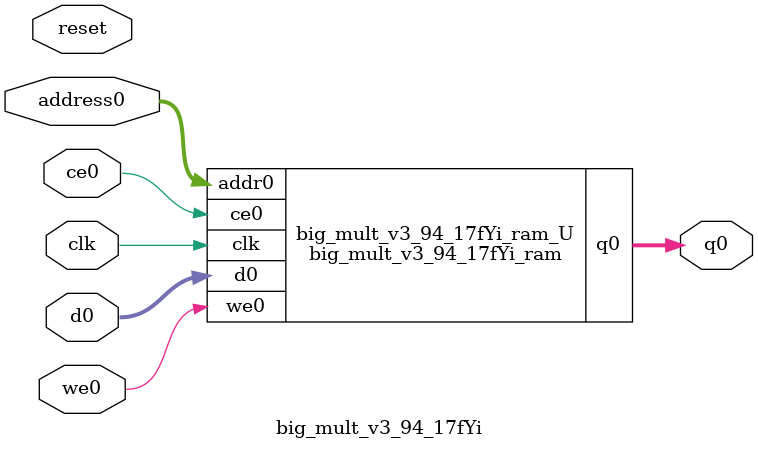
<source format=v>

`timescale 1 ns / 1 ps
module big_mult_v3_94_17fYi_ram (addr0, ce0, d0, we0, q0,  clk);

parameter DWIDTH = 48;
parameter AWIDTH = 4;
parameter MEM_SIZE = 12;

input[AWIDTH-1:0] addr0;
input ce0;
input[DWIDTH-1:0] d0;
input we0;
output reg[DWIDTH-1:0] q0;
input clk;

(* ram_style = "distributed" *)reg [DWIDTH-1:0] ram[0:MEM_SIZE-1];




always @(posedge clk)  
begin 
    if (ce0) 
    begin
        if (we0) 
        begin 
            ram[addr0] <= d0; 
            q0 <= d0;
        end 
        else 
            q0 <= ram[addr0];
    end
end


endmodule


`timescale 1 ns / 1 ps
module big_mult_v3_94_17fYi(
    reset,
    clk,
    address0,
    ce0,
    we0,
    d0,
    q0);

parameter DataWidth = 32'd48;
parameter AddressRange = 32'd12;
parameter AddressWidth = 32'd4;
input reset;
input clk;
input[AddressWidth - 1:0] address0;
input ce0;
input we0;
input[DataWidth - 1:0] d0;
output[DataWidth - 1:0] q0;



big_mult_v3_94_17fYi_ram big_mult_v3_94_17fYi_ram_U(
    .clk( clk ),
    .addr0( address0 ),
    .ce0( ce0 ),
    .d0( d0 ),
    .we0( we0 ),
    .q0( q0 ));

endmodule


</source>
